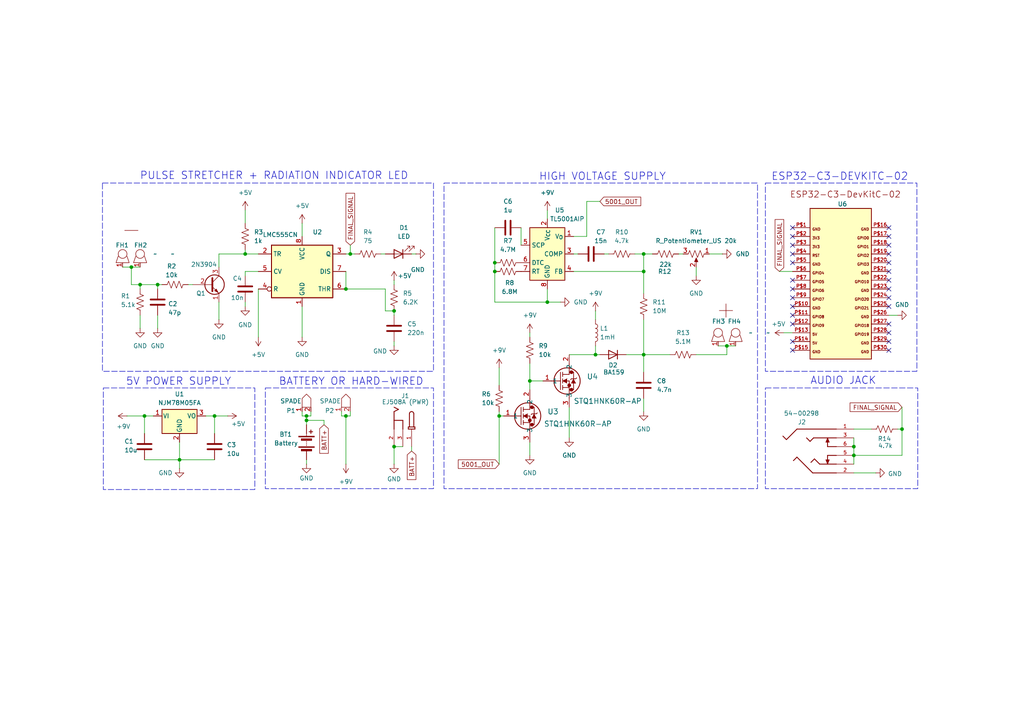
<source format=kicad_sch>
(kicad_sch (version 20231120) (generator "eeschema") (generator_version "8.0")
  (paper "A4")
  (lib_symbols
    (symbol "0197084013:0197084013"
      (property "Reference" "P" (at 0 0 0))
      (property "Value" "SPADE" (at 0 -4.064 0))
      (symbol "0197084013_0_1"
        (polyline (pts (xy 1.27 -10.16) (xy 1.27 -10.16)))
        (polyline (pts (xy -1.27 -1.27) (xy -1.27 1.27) (xy 0 2.54) (xy 1.27 1.27) (xy 1.27 -1.27) (xy -1.27 -1.27)))
      )
      (symbol "0197084013_1_1"
        (pin unspecified line (at -1.27 -2.54 90) (length 1.27) (name "") (number "1"))
        (pin unspecified line (at 1.27 -2.54 90) (length 1.27) (name "") (number "2"))
      )
    )
    (symbol "54-00298:54-00298" (pin_names (offset 1.016))
      (property "Reference" "J" (at -15.24 8.382 0))
      (property "Value" "54-00298" (at -15.24 -7.62 0))
      (symbol "54-00298_0_0"
        (polyline (pts (xy -15.494 5.588) (xy -14.478 4.572)) (stroke (width 0.254)))
        (polyline (pts (xy -14.478 4.572) (xy -11.43 7.62)) (stroke (width 0.254)))
        (polyline (pts (xy -12.446 -1.524) (xy -11.43 -0.508)) (stroke (width 0.254)))
        (polyline (pts (xy -11.43 -0.508) (xy -6.858 -5.08)) (stroke (width 0.254)))
        (polyline (pts (xy -11.43 7.62) (xy 0 7.62)) (stroke (width 0.254)))
        (polyline (pts (xy -8.636 5.08) (xy -7.62 4.064)) (stroke (width 0.254)))
        (polyline (pts (xy -7.62 4.064) (xy -6.604 5.08)) (stroke (width 0.254)))
        (polyline (pts (xy -7.366 -2.032) (xy -6.35 -1.016)) (stroke (width 0.254)))
        (polyline (pts (xy -6.858 -5.08) (xy 0 -5.08)) (stroke (width 0.254)))
        (polyline (pts (xy -6.604 5.08) (xy -2.54 5.08)) (stroke (width 0.254)))
        (polyline (pts (xy -6.35 -1.016) (xy -4.826 -2.54)) (stroke (width 0.254)))
        (polyline (pts (xy -4.826 -2.54) (xy 0 -2.54)) (stroke (width 0.254)))
        (polyline (pts (xy -2.54 0) (xy -2.54 -2.54)) (stroke (width 0.254)))
        (polyline (pts (xy -2.54 0) (xy 0 0)) (stroke (width 0.254)))
        (polyline (pts (xy -2.54 2.54) (xy -2.54 5.08)) (stroke (width 0.254)))
        (polyline (pts (xy -2.54 2.54) (xy 0 2.54)) (stroke (width 0.254)))
        (polyline (pts (xy -2.54 5.08) (xy 0 5.08)) (stroke (width 0.254)))
        (polyline (pts (xy -2.54 -2.54) (xy -3.048 -1.27) (xy -2.032 -1.27) (xy -2.54 -2.54)) (stroke (width 0.1524)) (fill (type outline)))
        (polyline (pts (xy -2.54 5.08) (xy -2.032 3.81) (xy -3.048 3.81) (xy -2.54 5.08)) (stroke (width 0.1524)) (fill (type outline)))
        (pin passive line (at 5.08 7.62 180) (length 5.08) (name "~") (number "1"))
        (pin passive line (at 5.08 -5.08 180) (length 5.08) (name "~") (number "2"))
        (pin passive line (at 5.08 5.08 180) (length 5.08) (name "~") (number "3"))
        (pin passive line (at 5.08 -2.54 180) (length 5.08) (name "~") (number "4"))
        (pin passive line (at 5.08 0 180) (length 5.08) (name "~") (number "5"))
        (pin passive line (at 5.08 2.54 180) (length 5.08) (name "~") (number "6"))
      )
    )
    (symbol "Device:Battery" (pin_numbers hide) (pin_names (offset 0) hide)
      (property "Reference" "BT" (at 2.54 2.54 0))
      (property "Value" "Battery" (at 2.54 0 0))
      (symbol "Battery_0_1"
        (rectangle (start -2.286 -1.27) (end 2.286 -1.524) (fill (type outline)))
        (rectangle (start -2.286 1.778) (end 2.286 1.524) (fill (type outline)))
        (rectangle (start -1.524 -2.032) (end 1.524 -2.54) (fill (type outline)))
        (rectangle (start -1.524 1.016) (end 1.524 0.508) (fill (type outline)))
        (polyline (pts (xy 0 -1.016) (xy 0 -0.762)))
        (polyline (pts (xy 0 -0.508) (xy 0 -0.254)))
        (polyline (pts (xy 0 0) (xy 0 0.254)))
        (polyline (pts (xy 0 1.778) (xy 0 2.54)))
        (polyline (pts (xy 0.762 3.048) (xy 1.778 3.048)) (stroke (width 0.254)))
        (polyline (pts (xy 1.27 3.556) (xy 1.27 2.54)) (stroke (width 0.254)))
      )
      (symbol "Battery_1_1"
        (pin passive line (at 0 5.08 270) (length 2.54) (name "+") (number "1"))
        (pin passive line (at 0 -5.08 90) (length 2.54) (name "-") (number "2"))
      )
    )
    (symbol "Device:C" (pin_numbers hide) (pin_names (offset 0.254))
      (property "Reference" "C" (at 0.635 2.54 0))
      (property "Value" "C" (at 0.635 -2.54 0))
      (symbol "C_0_1"
        (polyline (pts (xy -2.032 -0.762) (xy 2.032 -0.762)) (stroke (width 0.508)))
        (polyline (pts (xy -2.032 0.762) (xy 2.032 0.762)) (stroke (width 0.508)))
      )
      (symbol "C_1_1"
        (pin passive line (at 0 3.81 270) (length 2.794) (name "~") (number "1"))
        (pin passive line (at 0 -3.81 90) (length 2.794) (name "~") (number "2"))
      )
    )
    (symbol "Device:D" (pin_numbers hide) (pin_names (offset 1.016) hide)
      (property "Reference" "D" (at 0 2.54 0))
      (property "Value" "D" (at 0 -2.54 0))
      (symbol "D_0_1"
        (polyline (pts (xy -1.27 1.27) (xy -1.27 -1.27)) (stroke (width 0.254)))
        (polyline (pts (xy 1.27 0) (xy -1.27 0)))
        (polyline (pts (xy 1.27 1.27) (xy 1.27 -1.27) (xy -1.27 0) (xy 1.27 1.27)) (stroke (width 0.254)))
      )
      (symbol "D_1_1"
        (pin passive line (at -3.81 0 0) (length 2.54) (name "K") (number "1"))
        (pin passive line (at 3.81 0 180) (length 2.54) (name "A") (number "2"))
      )
    )
    (symbol "Device:L" (pin_numbers hide) (pin_names (offset 1.016) hide)
      (property "Reference" "L" (at -1.27 0 90))
      (property "Value" "L" (at 1.905 0 90))
      (symbol "L_0_1"
        (arc (start 0 -2.54) (mid 0.6323 -1.905) (end 0 -1.27))
        (arc (start 0 -1.27) (mid 0.6323 -0.635) (end 0 0))
        (arc (start 0 0) (mid 0.6323 0.635) (end 0 1.27))
        (arc (start 0 1.27) (mid 0.6323 1.905) (end 0 2.54))
      )
      (symbol "L_1_1"
        (pin passive line (at 0 3.81 270) (length 1.27) (name "1") (number "1"))
        (pin passive line (at 0 -3.81 90) (length 1.27) (name "2") (number "2"))
      )
    )
    (symbol "Device:LED" (pin_numbers hide) (pin_names (offset 1.016) hide)
      (property "Reference" "D" (at 0 2.54 0))
      (property "Value" "LED" (at 0 -2.54 0))
      (symbol "LED_0_1"
        (polyline (pts (xy -1.27 -1.27) (xy -1.27 1.27)) (stroke (width 0.254)))
        (polyline (pts (xy -1.27 0) (xy 1.27 0)))
        (polyline (pts (xy 1.27 -1.27) (xy 1.27 1.27) (xy -1.27 0) (xy 1.27 -1.27)) (stroke (width 0.254)))
        (polyline (pts (xy -3.048 -0.762) (xy -4.572 -2.286) (xy -3.81 -2.286) (xy -4.572 -2.286) (xy -4.572 -1.524)))
        (polyline (pts (xy -1.778 -0.762) (xy -3.302 -2.286) (xy -2.54 -2.286) (xy -3.302 -2.286) (xy -3.302 -1.524)))
      )
      (symbol "LED_1_1"
        (pin passive line (at -3.81 0 0) (length 2.54) (name "K") (number "1"))
        (pin passive line (at 3.81 0 180) (length 2.54) (name "A") (number "2"))
      )
    )
    (symbol "Device:R_Potentiometer_US" (pin_names (offset 1.016) hide)
      (property "Reference" "RV" (at -4.445 0 90))
      (property "Value" "R_Potentiometer_US" (at -2.54 0 90))
      (symbol "R_Potentiometer_US_0_1"
        (polyline (pts (xy 0 -2.286) (xy 0 -2.54)))
        (polyline (pts (xy 0 2.54) (xy 0 2.286)))
        (polyline (pts (xy 2.54 0) (xy 1.524 0)))
        (polyline (pts (xy 1.143 0) (xy 2.286 0.508) (xy 2.286 -0.508) (xy 1.143 0)) (fill (type outline)))
        (polyline (pts (xy 0 -0.762) (xy 1.016 -1.143) (xy 0 -1.524) (xy -1.016 -1.905) (xy 0 -2.286)))
        (polyline (pts (xy 0 0.762) (xy 1.016 0.381) (xy 0 0) (xy -1.016 -0.381) (xy 0 -0.762)))
        (polyline (pts (xy 0 2.286) (xy 1.016 1.905) (xy 0 1.524) (xy -1.016 1.143) (xy 0 0.762)))
      )
      (symbol "R_Potentiometer_US_1_1"
        (pin passive line (at 0 3.81 270) (length 1.27) (name "1") (number "1"))
        (pin passive line (at 3.81 0 180) (length 1.27) (name "2") (number "2"))
        (pin passive line (at 0 -3.81 90) (length 1.27) (name "3") (number "3"))
      )
    )
    (symbol "Device:R_US" (pin_numbers hide) (pin_names (offset 0))
      (property "Reference" "R" (at 2.54 0 90))
      (property "Value" "R_US" (at -2.54 0 90))
      (symbol "R_US_0_1"
        (polyline (pts (xy 0 -2.286) (xy 0 -2.54)))
        (polyline (pts (xy 0 2.286) (xy 0 2.54)))
        (polyline (pts (xy 0 -0.762) (xy 1.016 -1.143) (xy 0 -1.524) (xy -1.016 -1.905) (xy 0 -2.286)))
        (polyline (pts (xy 0 0.762) (xy 1.016 0.381) (xy 0 0) (xy -1.016 -0.381) (xy 0 -0.762)))
        (polyline (pts (xy 0 2.286) (xy 1.016 1.905) (xy 0 1.524) (xy -1.016 1.143) (xy 0 0.762)))
      )
      (symbol "R_US_1_1"
        (pin passive line (at 0 3.81 270) (length 1.27) (name "~") (number "1"))
        (pin passive line (at 0 -3.81 90) (length 1.27) (name "~") (number "2"))
      )
    )
    (symbol "EJ508A:EJ508A" (pin_names (offset 1.016))
      (property "Reference" "J" (at -5.08 5.08 0))
      (property "Value" "EJ508A" (at -5.08 -7.62 0))
      (symbol "EJ508A_0_0"
        (arc (start -5.08 2.54) (mid -4.894 2.091) (end -4.445 1.905) (stroke (width 0.254)))
        (arc (start -4.445 3.175) (mid -4.894 2.989) (end -5.08 2.54) (stroke (width 0.254)))
        (polyline (pts (xy -5.715 -1.27) (xy -6.35 -2.54)) (stroke (width 0.254)))
        (polyline (pts (xy -5.08 -2.54) (xy -5.715 -1.27)) (stroke (width 0.254)))
        (polyline (pts (xy -4.445 1.905) (xy -0.635 1.905)) (stroke (width 0.254)))
        (polyline (pts (xy -2.54 -2.54) (xy -5.08 -2.54)) (stroke (width 0.254)))
        (polyline (pts (xy -2.54 0) (xy -2.54 -2.54)) (stroke (width 0.254)))
        (polyline (pts (xy -0.635 1.5875) (xy -0.635 1.905)) (stroke (width 0.254)))
        (polyline (pts (xy -0.635 1.905) (xy -0.635 3.175)) (stroke (width 0.254)))
        (polyline (pts (xy -0.635 3.175) (xy -4.445 3.175)) (stroke (width 0.254)))
        (polyline (pts (xy -0.635 3.175) (xy -0.635 3.4925)) (stroke (width 0.254)))
        (polyline (pts (xy -0.635 3.4925) (xy 0 3.4925)) (stroke (width 0.254)))
        (polyline (pts (xy 0 -2.54) (xy -2.54 -2.54)) (stroke (width 0.254)))
        (polyline (pts (xy 0 0) (xy -2.54 0)) (stroke (width 0.254)))
        (polyline (pts (xy 0 1.5875) (xy -0.635 1.5875)) (stroke (width 0.254)))
        (polyline (pts (xy 0 3.4925) (xy 0 1.5875)) (stroke (width 0.254)))
        (pin passive line (at 5.08 2.54 180) (length 5.08) (name "~") (number "1"))
        (pin passive line (at 5.08 -2.54 180) (length 5.08) (name "~") (number "2"))
        (pin passive line (at 5.08 0 180) (length 5.08) (name "~") (number "3"))
      )
    )
    (symbol "ESP32-C3-DEVKITC-02:ESP32-C3-DEVKITC-02HOLES" (pin_names (offset 1.016))
      (property "Reference" "U" (at 0 0 0))
      (property "Value" "ESP32-C3-DEVKITC-02HOLES" (at 0 0 0))
      (symbol "ESP32-C3-DEVKITC-02HOLES_0_0"
        (rectangle (start -5.08 33.5311) (end 12.7 -10.16) (stroke (width 0.254)) (fill (type background)))
        (text " 3V3" (at -5.08 22.86 0) (effects (font (size 0.762 0.762)) (justify left top)))
        (text " 3V3" (at -5.08 25.4 0) (effects (font (size 0.762 0.762)) (justify left top)))
        (text " 5V" (at -5.08 -5.08 0) (effects (font (size 0.762 0.762)) (justify left top)))
        (text " 5V" (at -5.08 -2.54 0) (effects (font (size 0.762 0.762)) (justify left top)))
        (text " GND" (at -5.08 -7.62 0) (effects (font (size 0.762 0.762)) (justify left top)))
        (text " GND" (at -5.08 5.08 0) (effects (font (size 0.762 0.762)) (justify left top)))
        (text " GND" (at -5.08 17.78 0) (effects (font (size 0.762 0.762)) (justify left top)))
        (text " GND" (at -5.08 27.94 0) (effects (font (size 0.762 0.762)) (justify left top)))
        (text " GPIO4" (at -5.08 15.24 0) (effects (font (size 0.762 0.762)) (justify left top)))
        (text " GPIO5" (at -5.08 12.7 0) (effects (font (size 0.762 0.762)) (justify left top)))
        (text " GPIO6" (at -5.08 10.16 0) (effects (font (size 0.762 0.762)) (justify left top)))
        (text " GPIO7" (at -5.08 7.62 0) (effects (font (size 0.762 0.762)) (justify left top)))
        (text " GPIO8" (at -5.08 2.54 0) (effects (font (size 0.762 0.762)) (justify left top)))
        (text " GPIO9" (at -5.08 0 0) (effects (font (size 0.762 0.762)) (justify left top)))
        (text " RST" (at -5.08 20.32 0) (effects (font (size 0.762 0.762)) (justify left top)))
        (text "ESP32-C3-DevKitC-02" (at -10.922 36.576 0) (effects (font (size 1.778 1.778)) (justify left bottom)))
        (text "GND " (at 12.7 -7.62 0) (effects (font (size 0.762 0.762)) (justify right top)))
        (text "GND " (at 12.7 -5.08 0) (effects (font (size 0.762 0.762)) (justify right top)))
        (text "GND " (at 12.7 2.54 0) (effects (font (size 0.762 0.762)) (justify right top)))
        (text "GND " (at 12.7 10.16 0) (effects (font (size 0.762 0.762)) (justify right top)))
        (text "GND " (at 12.7 15.24 0) (effects (font (size 0.762 0.762)) (justify right top)))
        (text "GND " (at 12.7 27.94 0) (effects (font (size 0.762 0.762)) (justify right top)))
        (text "GPIO0 " (at 12.7 25.4 0) (effects (font (size 0.762 0.762)) (justify right top)))
        (text "GPIO1 " (at 12.7 22.86 0) (effects (font (size 0.762 0.762)) (justify right top)))
        (text "GPIO10 " (at 12.7 12.7 0) (effects (font (size 0.762 0.762)) (justify right top)))
        (text "GPIO18 " (at 12.7 0 0) (effects (font (size 0.762 0.762)) (justify right top)))
        (text "GPIO19 " (at 12.7 -2.54 0) (effects (font (size 0.762 0.762)) (justify right top)))
        (text "GPIO2 " (at 12.7 20.32 0) (effects (font (size 0.762 0.762)) (justify right top)))
        (text "GPIO20 " (at 12.7 7.62 0) (effects (font (size 0.762 0.762)) (justify right top)))
        (text "GPIO21 " (at 12.7 5.08 0) (effects (font (size 0.762 0.762)) (justify right top)))
        (text "GPIO3 " (at 12.7 17.78 0) (effects (font (size 0.762 0.762)) (justify right top)))
        (pin bidirectional line (at -10.16 27.94 0) (length 5.08) (name "~") (number "P$1"))
        (pin bidirectional line (at -10.16 5.08 0) (length 5.08) (name "~") (number "P$10"))
        (pin bidirectional line (at -10.16 2.54 0) (length 5.08) (name "~") (number "P$11"))
        (pin bidirectional line (at -10.16 0 0) (length 5.08) (name "~") (number "P$12"))
        (pin bidirectional line (at -10.16 -2.54 0) (length 5.08) (name "~") (number "P$13"))
        (pin bidirectional line (at -10.16 -5.08 0) (length 5.08) (name "~") (number "P$14"))
        (pin bidirectional line (at -10.16 -7.62 0) (length 5.08) (name "~") (number "P$15"))
        (pin bidirectional line (at 17.78 27.94 180) (length 5.08) (name "~") (number "P$16"))
        (pin bidirectional line (at 17.78 25.4 180) (length 5.08) (name "~") (number "P$17"))
        (pin bidirectional line (at 17.78 22.86 180) (length 5.08) (name "~") (number "P$18"))
        (pin bidirectional line (at 17.78 20.32 180) (length 5.08) (name "~") (number "P$19"))
        (pin bidirectional line (at -10.16 25.4 0) (length 5.08) (name "~") (number "P$2"))
        (pin bidirectional line (at 17.78 17.78 180) (length 5.08) (name "~") (number "P$20"))
        (pin bidirectional line (at 17.78 15.24 180) (length 5.08) (name "~") (number "P$21"))
        (pin bidirectional line (at 17.78 12.7 180) (length 5.08) (name "~") (number "P$22"))
        (pin bidirectional line (at 17.78 10.16 180) (length 5.08) (name "~") (number "P$23"))
        (pin bidirectional line (at 17.78 7.62 180) (length 5.08) (name "~") (number "P$24"))
        (pin bidirectional line (at 17.78 5.08 180) (length 5.08) (name "~") (number "P$25"))
        (pin bidirectional line (at 17.78 2.54 180) (length 5.08) (name "~") (number "P$26"))
        (pin bidirectional line (at 17.78 0 180) (length 5.08) (name "~") (number "P$27"))
        (pin bidirectional line (at 17.78 -2.54 180) (length 5.08) (name "~") (number "P$28"))
        (pin bidirectional line (at 17.78 -5.08 180) (length 5.08) (name "~") (number "P$29"))
        (pin bidirectional line (at -10.16 22.86 0) (length 5.08) (name "~") (number "P$3"))
        (pin bidirectional line (at 17.78 -7.62 180) (length 5.08) (name "~") (number "P$30"))
        (pin bidirectional line (at -10.16 20.32 0) (length 5.08) (name "~") (number "P$4"))
        (pin bidirectional line (at -10.16 17.78 0) (length 5.08) (name "~") (number "P$5"))
        (pin bidirectional line (at -10.16 15.24 0) (length 5.08) (name "~") (number "P$6"))
        (pin bidirectional line (at -10.16 12.7 0) (length 5.08) (name "~") (number "P$7"))
        (pin bidirectional line (at -10.16 10.16 0) (length 5.08) (name "~") (number "P$8"))
        (pin bidirectional line (at -10.16 7.62 0) (length 5.08) (name "~") (number "P$9"))
      )
    )
    (symbol "REV9-KI:36-3530-ND"
      (property "Reference" "FH" (at 0 0 0))
      (symbol "36-3530-ND_0_1"
        (polyline (pts (xy -1.27 -3.175) (xy -1.905 -5.08) (xy 1.905 -5.08) (xy 1.27 -3.175)))
      )
      (symbol "36-3530-ND_1_1"
        (circle (center 0 -2.54) (radius 1.27))
        (pin unspecified line (at 0 -6.35 90) (length 1.27) (name "") (number "1"))
      )
    )
    (symbol "Regulator_Linear:LM78M05_TO220" (pin_names (offset 0.254))
      (property "Reference" "U" (at -3.81 3.175 0))
      (property "Value" "LM78M05_TO220" (at 0 3.175 0))
      (symbol "LM78M05_TO220_0_1"
        (rectangle (start -5.08 1.905) (end 5.08 -5.08) (stroke (width 0.254)) (fill (type background)))
      )
      (symbol "LM78M05_TO220_1_1"
        (pin power_in line (at -7.62 0 0) (length 2.54) (name "VI") (number "1"))
        (pin power_in line (at 0 -7.62 90) (length 2.54) (name "GND") (number "2"))
        (pin power_out line (at 7.62 0 180) (length 2.54) (name "VO") (number "3"))
      )
    )
    (symbol "Regulator_Switching:TL5001"
      (property "Reference" "U" (at -5.08 8.89 0))
      (property "Value" "TL5001" (at 3.81 8.89 0))
      (symbol "TL5001_0_1"
        (rectangle (start -5.08 7.62) (end 5.08 -7.62) (stroke (width 0.254)) (fill (type background)))
        (pin input line (at 7.62 -5.08 180) (length 2.54) (name "FB") (number "4"))
      )
      (symbol "TL5001_1_1"
        (pin open_collector line (at 7.62 5.08 180) (length 2.54) (name "V_{O}") (number "1"))
        (pin power_in line (at 0 10.16 270) (length 2.54) (name "V_{CC}") (number "2"))
        (pin input line (at 7.62 0 180) (length 2.54) (name "COMP") (number "3"))
        (pin output line (at -7.62 2.54 0) (length 2.54) (name "SCP") (number "5"))
        (pin output line (at -7.62 -2.54 0) (length 2.54) (name "DTC") (number "6"))
        (pin output line (at -7.62 -5.08 0) (length 2.54) (name "RT") (number "7"))
        (pin power_in line (at 0 -10.16 90) (length 2.54) (name "GND") (number "8"))
      )
    )
    (symbol "STQ1HNK60R_AP:STQ1HNK60R-AP" (pin_names (offset 0.254))
      (property "Reference" "U" (at 11.43 1.905 0))
      (property "Value" "STQ1HNK60R-AP" (at 11.43 -2.54 0))
      (symbol "STQ1HNK60R-AP_1_1"
        (polyline (pts (xy 2.54 0) (xy 5.08 0)) (stroke (width 0.2032)))
        (polyline (pts (xy 5.08 -2.54) (xy 5.08 2.54)) (stroke (width 0.2032)))
        (polyline (pts (xy 5.715 -2.54) (xy 5.715 -1.27)) (stroke (width 0.2032)))
        (polyline (pts (xy 5.715 -1.905) (xy 7.62 -1.905)) (stroke (width 0.2032)))
        (polyline (pts (xy 5.715 -0.635) (xy 5.715 0.635)) (stroke (width 0.2032)))
        (polyline (pts (xy 5.715 1.27) (xy 5.715 2.54)) (stroke (width 0.2032)))
        (polyline (pts (xy 5.715 1.905) (xy 7.62 1.905)) (stroke (width 0.2032)))
        (polyline (pts (xy 6.985 0) (xy 7.62 0)) (stroke (width 0.2032)))
        (polyline (pts (xy 7.62 -5.08) (xy 7.62 0)) (stroke (width 0.2032)))
        (polyline (pts (xy 7.62 -2.54) (xy 8.89 -2.54)) (stroke (width 0.2032)))
        (polyline (pts (xy 7.62 1.905) (xy 7.62 5.08)) (stroke (width 0.2032)))
        (polyline (pts (xy 7.62 2.54) (xy 8.89 2.54)) (stroke (width 0.2032)))
        (polyline (pts (xy 8.255 0.635) (xy 8.001 0.381)) (stroke (width 0.2032)))
        (polyline (pts (xy 8.89 -2.54) (xy 8.89 -0.635)) (stroke (width 0.2032)))
        (polyline (pts (xy 8.89 0.635) (xy 8.89 2.54)) (stroke (width 0.2032)))
        (polyline (pts (xy 9.525 0.635) (xy 8.255 0.635)) (stroke (width 0.2032)))
        (polyline (pts (xy 9.779 0.889) (xy 9.525 0.635)) (stroke (width 0.2032)))
        (polyline (pts (xy 6.985 0.635) (xy 5.715 0) (xy 6.985 -0.635)) (fill (type outline)))
        (polyline (pts (xy 9.525 -0.635) (xy 8.255 -0.635) (xy 8.89 0.635)) (fill (type outline)))
        (circle (center 6.985 0) (radius 3.81) (stroke (width 0.254)))
        (circle (center 7.62 -1.27) (radius 0.0254) (stroke (width 0.508)))
        (circle (center 8.255 -2.54) (radius 0.0254) (stroke (width 0.508)))
        (circle (center 8.255 2.54) (radius 0.0254) (stroke (width 0.508)))
        (pin unspecified line (at 0 0 0) (length 2.54) (name "1") (number "1"))
        (pin unspecified line (at 7.62 7.62 270) (length 2.54) (name "2") (number "2"))
        (pin unspecified line (at 7.62 -7.62 90) (length 2.54) (name "3") (number "3"))
      )
    )
    (symbol "Timer:LMC555xN"
      (property "Reference" "U" (at -10.16 8.89 0))
      (property "Value" "LMC555xN" (at 2.54 8.89 0))
      (symbol "LMC555xN_0_0"
        (pin power_in line (at 0 -10.16 90) (length 2.54) (name "GND") (number "1"))
        (pin power_in line (at 0 10.16 270) (length 2.54) (name "VCC") (number "8"))
      )
      (symbol "LMC555xN_0_1"
        (rectangle (start -8.89 -7.62) (end 8.89 7.62) (stroke (width 0.254)) (fill (type background)))
        (rectangle (start -8.89 -7.62) (end 8.89 7.62) (stroke (width 0.254)) (fill (type background)))
      )
      (symbol "LMC555xN_1_1"
        (pin input line (at -12.7 5.08 0) (length 3.81) (name "TR") (number "2"))
        (pin output line (at 12.7 5.08 180) (length 3.81) (name "Q") (number "3"))
        (pin input inverted (at -12.7 -5.08 0) (length 3.81) (name "R") (number "4"))
        (pin input line (at -12.7 0 0) (length 3.81) (name "CV") (number "5"))
        (pin input line (at 12.7 -5.08 180) (length 3.81) (name "THR") (number "6"))
        (pin input line (at 12.7 0 180) (length 3.81) (name "DIS") (number "7"))
      )
    )
    (symbol "Transistor_BJT:2N3904" (pin_names (offset 0) hide)
      (property "Reference" "Q" (at 5.08 1.905 0))
      (property "Value" "2N3904" (at 5.08 0 0))
      (symbol "2N3904_0_1"
        (polyline (pts (xy 0.635 0.635) (xy 2.54 2.54)))
        (polyline (pts (xy 0.635 -0.635) (xy 2.54 -2.54) (xy 2.54 -2.54)))
        (polyline (pts (xy 0.635 1.905) (xy 0.635 -1.905) (xy 0.635 -1.905)) (stroke (width 0.508)))
        (polyline (pts (xy 1.27 -1.778) (xy 1.778 -1.27) (xy 2.286 -2.286) (xy 1.27 -1.778) (xy 1.27 -1.778)) (fill (type outline)))
        (circle (center 1.27 0) (radius 2.8194) (stroke (width 0.254)))
      )
      (symbol "2N3904_1_1"
        (pin passive line (at 2.54 -5.08 90) (length 2.54) (name "E") (number "1"))
        (pin passive line (at -5.08 0 0) (length 5.715) (name "B") (number "2"))
        (pin passive line (at 2.54 5.08 270) (length 2.54) (name "C") (number "3"))
      )
    )
    (symbol "power:+5V" (power) (pin_numbers hide) (pin_names (offset 0) hide)
      (property "Value" "+5V" (at 0 3.556 0))
      (symbol "+5V_0_1"
        (polyline (pts (xy -0.762 1.27) (xy 0 2.54)))
        (polyline (pts (xy 0 0) (xy 0 2.54)))
        (polyline (pts (xy 0 2.54) (xy 0.762 1.27)))
      )
      (symbol "+5V_1_1"
        (pin power_in line (at 0 0 90) (length 0) (name "~") (number "1"))
      )
    )
    (symbol "power:+9V" (power) (pin_numbers hide) (pin_names (offset 0) hide)
      (property "Value" "+9V" (at 0 3.556 0))
      (symbol "+9V_0_1"
        (polyline (pts (xy -0.762 1.27) (xy 0 2.54)))
        (polyline (pts (xy 0 0) (xy 0 2.54)))
        (polyline (pts (xy 0 2.54) (xy 0.762 1.27)))
      )
      (symbol "+9V_1_1"
        (pin power_in line (at 0 0 90) (length 0) (name "~") (number "1"))
      )
    )
    (symbol "power:GND" (power) (pin_numbers hide) (pin_names (offset 0) hide)
      (property "Value" "GND" (at 0 -3.81 0))
      (symbol "GND_0_1"
        (polyline (pts (xy 0 0) (xy 0 -1.27) (xy 1.27 -1.27) (xy 0 -2.54) (xy -1.27 -1.27) (xy 0 -1.27)))
      )
      (symbol "GND_1_1"
        (pin power_in line (at 0 0 270) (length 0) (name "~") (number "1"))
      )
    )
  )
  (junction (at 45.72 82.55))
  (junction (at 100.33 120.65))
  (junction (at 100.33 83.82))
  (junction (at 41.91 120.65))
  (junction (at 261.62 124.46))
  (junction (at 88.9 121.92))
  (junction (at 186.69 73.66))
  (junction (at 38.1 77.47))
  (junction (at 247.65 129.54))
  (junction (at 186.69 78.74))
  (junction (at 101.6 73.66))
  (junction (at 40.64 82.55))
  (junction (at 88.9 120.65))
  (junction (at 143.51 78.74))
  (junction (at 158.75 87.63))
  (junction (at 172.72 102.87))
  (junction (at 143.51 76.2))
  (junction (at 210.82 100.33))
  (junction (at 62.23 120.65))
  (junction (at 114.3 90.17))
  (junction (at 186.69 102.87))
  (junction (at 144.78 120.65))
  (junction (at 52.07 133.35))
  (junction (at 114.3 129.54))
  (junction (at 153.67 110.49))
  (junction (at 71.12 73.66))
  (junction (at 247.65 132.08))
  (no_connect (at 229.87 88.9))
  (no_connect (at 257.81 66.04))
  (no_connect (at 229.87 93.98))
  (no_connect (at 229.87 83.82))
  (no_connect (at 257.81 76.2))
  (no_connect (at 257.81 96.52))
  (no_connect (at 257.81 101.6))
  (no_connect (at 257.81 73.66))
  (no_connect (at 257.81 78.74))
  (no_connect (at 229.87 71.12))
  (no_connect (at 229.87 101.6))
  (no_connect (at 257.81 71.12))
  (no_connect (at 229.87 66.04))
  (no_connect (at 257.81 86.36))
  (no_connect (at 229.87 86.36))
  (no_connect (at 257.81 99.06))
  (no_connect (at 229.87 81.28))
  (no_connect (at 257.81 81.28))
  (no_connect (at 257.81 88.9))
  (no_connect (at 229.87 68.58))
  (no_connect (at 229.87 73.66))
  (no_connect (at 257.81 93.98))
  (no_connect (at 257.81 83.82))
  (no_connect (at 229.87 76.2))
  (no_connect (at 229.87 99.06))
  (no_connect (at 229.87 91.44))
  (no_connect (at 257.81 68.58))
  (wire (pts (xy 227.33 96.52) (xy 229.87 96.52)))
  (wire (pts (xy 172.72 102.87) (xy 173.99 102.87)))
  (wire (pts (xy 99.06 120.65) (xy 99.06 119.38)))
  (wire (pts (xy 63.5 87.63) (xy 63.5 92.71)))
  (wire (pts (xy 153.67 96.52) (xy 153.67 97.79)))
  (wire (pts (xy 35.56 77.47) (xy 38.1 77.47)))
  (wire (pts (xy 100.33 73.66) (xy 101.6 73.66)))
  (wire (pts (xy 205.74 73.66) (xy 209.55 73.66)))
  (wire (pts (xy 54.61 82.55) (xy 55.88 82.55)))
  (wire (pts (xy 172.72 90.17) (xy 172.72 92.71)))
  (wire (pts (xy 170.18 58.42) (xy 173.99 58.42)))
  (wire (pts (xy 62.23 120.65) (xy 62.23 125.73)))
  (wire (pts (xy 52.07 128.27) (xy 52.07 133.35)))
  (wire (pts (xy 38.1 77.47) (xy 40.64 77.47)))
  (wire (pts (xy 186.69 115.57) (xy 186.69 119.38)))
  (wire (pts (xy 158.75 83.82) (xy 158.75 87.63)))
  (wire (pts (xy 144.78 134.62) (xy 144.78 120.65)))
  (wire (pts (xy 99.06 120.65) (xy 100.33 120.65)))
  (wire (pts (xy 71.12 88.9) (xy 71.12 87.63)))
  (wire (pts (xy 59.69 120.65) (xy 62.23 120.65)))
  (wire (pts (xy 114.3 81.28) (xy 114.3 82.55)))
  (wire (pts (xy 175.26 73.66) (xy 176.53 73.66)))
  (wire (pts (xy 63.5 73.66) (xy 63.5 77.47)))
  (wire (pts (xy 38.1 82.55) (xy 40.64 82.55)))
  (wire (pts (xy 196.85 73.66) (xy 198.12 73.66)))
  (wire (pts (xy 88.9 120.65) (xy 90.17 120.65)))
  (wire (pts (xy 101.6 71.12) (xy 101.6 73.66)))
  (wire (pts (xy 71.12 73.66) (xy 74.93 73.66)))
  (wire (pts (xy 186.69 102.87) (xy 186.69 92.71)))
  (wire (pts (xy 111.76 90.17) (xy 114.3 90.17)))
  (wire (pts (xy 41.91 120.65) (xy 44.45 120.65)))
  (wire (pts (xy 87.63 88.9) (xy 87.63 97.79)))
  (wire (pts (xy 165.1 102.87) (xy 172.72 102.87)))
  (wire (pts (xy 144.78 119.38) (xy 144.78 120.65)))
  (wire (pts (xy 208.28 100.33) (xy 210.82 100.33)))
  (wire (pts (xy 40.64 82.55) (xy 45.72 82.55)))
  (wire (pts (xy 119.38 73.66) (xy 120.65 73.66)))
  (wire (pts (xy 153.67 110.49) (xy 157.48 110.49)))
  (wire (pts (xy 87.63 120.65) (xy 88.9 120.65)))
  (wire (pts (xy 100.33 78.74) (xy 100.33 83.82)))
  (wire (pts (xy 165.1 118.11) (xy 165.1 127)))
  (wire (pts (xy 153.67 105.41) (xy 153.67 110.49)))
  (wire (pts (xy 45.72 82.55) (xy 46.99 82.55)))
  (wire (pts (xy 158.75 60.96) (xy 158.75 63.5)))
  (wire (pts (xy 201.93 77.47) (xy 201.93 80.01)))
  (wire (pts (xy 41.91 120.65) (xy 41.91 125.73)))
  (wire (pts (xy 247.65 132.08) (xy 247.65 134.62)))
  (wire (pts (xy 88.9 134.62) (xy 88.9 133.35)))
  (wire (pts (xy 252.73 124.46) (xy 247.65 124.46)))
  (wire (pts (xy 151.13 71.12) (xy 151.13 66.04)))
  (wire (pts (xy 162.56 87.63) (xy 158.75 87.63)))
  (wire (pts (xy 261.62 118.11) (xy 261.62 124.46)))
  (wire (pts (xy 114.3 129.54) (xy 116.84 129.54)))
  (wire (pts (xy 144.78 106.68) (xy 144.78 111.76)))
  (wire (pts (xy 87.63 120.65) (xy 87.63 119.38)))
  (wire (pts (xy 100.33 120.65) (xy 100.33 134.62)))
  (wire (pts (xy 62.23 120.65) (xy 66.04 120.65)))
  (wire (pts (xy 166.37 78.74) (xy 186.69 78.74)))
  (wire (pts (xy 100.33 120.65) (xy 101.6 120.65)))
  (wire (pts (xy 254 137.16) (xy 247.65 137.16)))
  (wire (pts (xy 74.93 97.79) (xy 74.93 83.82)))
  (wire (pts (xy 170.18 68.58) (xy 170.18 58.42)))
  (wire (pts (xy 40.64 91.44) (xy 40.64 95.25)))
  (wire (pts (xy 114.3 100.33) (xy 114.3 99.06)))
  (wire (pts (xy 143.51 76.2) (xy 143.51 78.74)))
  (wire (pts (xy 119.38 130.81) (xy 119.38 129.54)))
  (wire (pts (xy 45.72 91.44) (xy 45.72 95.25)))
  (wire (pts (xy 101.6 73.66) (xy 102.87 73.66)))
  (wire (pts (xy 247.65 129.54) (xy 247.65 127)))
  (wire (pts (xy 87.63 64.77) (xy 87.63 68.58)))
  (wire (pts (xy 63.5 73.66) (xy 71.12 73.66)))
  (wire (pts (xy 71.12 72.39) (xy 71.12 73.66)))
  (wire (pts (xy 261.62 124.46) (xy 261.62 132.08)))
  (wire (pts (xy 110.49 73.66) (xy 111.76 73.66)))
  (wire (pts (xy 71.12 78.74) (xy 74.93 78.74)))
  (wire (pts (xy 93.98 121.92) (xy 93.98 123.19)))
  (wire (pts (xy 170.18 68.58) (xy 166.37 68.58)))
  (wire (pts (xy 226.06 78.74) (xy 229.87 78.74)))
  (wire (pts (xy 88.9 121.92) (xy 93.98 121.92)))
  (wire (pts (xy 186.69 102.87) (xy 194.31 102.87)))
  (wire (pts (xy 247.65 129.54) (xy 247.65 132.08)))
  (wire (pts (xy 143.51 87.63) (xy 158.75 87.63)))
  (wire (pts (xy 201.93 102.87) (xy 210.82 102.87)))
  (wire (pts (xy 210.82 100.33) (xy 210.82 102.87)))
  (wire (pts (xy 88.9 123.19) (xy 88.9 121.92)))
  (wire (pts (xy 172.72 100.33) (xy 172.72 102.87)))
  (wire (pts (xy 52.07 133.35) (xy 62.23 133.35)))
  (wire (pts (xy 184.15 73.66) (xy 186.69 73.66)))
  (wire (pts (xy 52.07 133.35) (xy 52.07 135.89)))
  (wire (pts (xy 210.82 100.33) (xy 213.36 100.33)))
  (wire (pts (xy 101.6 120.65) (xy 101.6 119.38)))
  (wire (pts (xy 38.1 77.47) (xy 38.1 82.55)))
  (wire (pts (xy 114.3 129.54) (xy 114.3 134.62)))
  (wire (pts (xy 88.9 120.65) (xy 88.9 121.92)))
  (wire (pts (xy 114.3 90.17) (xy 114.3 91.44)))
  (wire (pts (xy 153.67 113.03) (xy 153.67 110.49)))
  (wire (pts (xy 41.91 133.35) (xy 52.07 133.35)))
  (wire (pts (xy 71.12 80.01) (xy 71.12 78.74)))
  (wire (pts (xy 260.35 124.46) (xy 261.62 124.46)))
  (wire (pts (xy 186.69 78.74) (xy 186.69 85.09)))
  (wire (pts (xy 36.83 120.65) (xy 41.91 120.65)))
  (wire (pts (xy 186.69 73.66) (xy 186.69 78.74)))
  (wire (pts (xy 181.61 102.87) (xy 186.69 102.87)))
  (wire (pts (xy 257.81 91.44) (xy 260.35 91.44)))
  (wire (pts (xy 143.51 78.74) (xy 143.51 87.63)))
  (wire (pts (xy 40.64 83.82) (xy 40.64 82.55)))
  (wire (pts (xy 144.78 120.65) (xy 146.05 120.65)))
  (wire (pts (xy 153.67 128.27) (xy 153.67 132.08)))
  (wire (pts (xy 45.72 83.82) (xy 45.72 82.55)))
  (wire (pts (xy 186.69 102.87) (xy 186.69 107.95)))
  (wire (pts (xy 166.37 73.66) (xy 167.64 73.66)))
  (wire (pts (xy 186.69 73.66) (xy 189.23 73.66)))
  (wire (pts (xy 90.17 120.65) (xy 90.17 119.38)))
  (wire (pts (xy 143.51 66.04) (xy 143.51 76.2)))
  (wire (pts (xy 71.12 60.96) (xy 71.12 64.77)))
  (wire (pts (xy 261.62 132.08) (xy 247.65 132.08)))
  (wire (pts (xy 100.33 83.82) (xy 111.76 83.82)))
  (wire (pts (xy 111.76 83.82) (xy 111.76 90.17)))
  (rectangle (start 128.778 53.086) (end 219.71 141.732) (stroke (width 0) (type dash)))
  (rectangle (start 221.996 53.086) (end 265.938 107.696) (stroke (width 0) (type dash)))
  (rectangle (start 29.718 53.086) (end 125.73 107.696) (stroke (width 0) (type dash)))
  (rectangle (start 76.962 112.522) (end 125.73 141.732) (stroke (width 0) (type dash)))
  (rectangle (start 29.972 112.522) (end 73.914 141.986) (stroke (width 0) (type dash)))
  (rectangle (start 221.996 112.522) (end 266.192 141.732) (stroke (width 0) (type dash)))
  (text "HIGH VOLTAGE SUPPLY" (at 174.752 51.308 0) (effects (font (size 2.159 2.159))))
  (text "_" (at 38.1 64.262 0) (effects (font (size 5.08 5.08))))
  (text "AUDIO JACK" (at 244.602 110.49 0) (effects (font (size 2.159 2.159))))
  (text "BATTERY OR HARD-WIRED" (at 101.854 110.744 0) (effects (font (size 2.159 2.159))))
  (text "ESP32-C3-DEVKITC-02" (at 243.586 51.308 0) (effects (font (size 2.159 2.159))))
  (text "PULSE STRETCHER + RADIATION INDICATOR LED" (at 79.502 51.054 0) (effects (font (size 2.159 2.159))))
  (text "+" (at 210.566 89.916 0) (effects (font (size 5.08 5.08))))
  (text "5V POWER SUPPLY" (at 51.816 110.744 0) (effects (font (size 2.159 2.159))))
  (global_label "BATT+" (shape input) (at 93.98 123.19 270) (property "Intersheetrefs" "${INTERSHEET_REFS}" (effects (hide yes))))
  (global_label "FINAL_SIGNAL" (shape input) (at 261.62 118.11 180) (property "Intersheetrefs" "${INTERSHEET_REFS}" (effects (hide yes))))
  (global_label "5001_OUT" (shape input) (at 173.99 58.42 0) (property "Intersheetrefs" "${INTERSHEET_REFS}" (effects (hide yes))))
  (global_label "FINAL_SIGNAL" (shape input) (at 226.06 78.74 90) (property "Intersheetrefs" "${INTERSHEET_REFS}" (effects (hide yes))))
  (global_label "FINAL_SIGNAL" (shape input) (at 101.6 71.12 90) (property "Intersheetrefs" "${INTERSHEET_REFS}" (effects (hide yes))))
  (global_label "5001_OUT" (shape input) (at 144.78 134.62 180) (property "Intersheetrefs" "${INTERSHEET_REFS}" (effects (hide yes))))
  (global_label "BATT+" (shape input) (at 119.38 130.81 270) (property "Intersheetrefs" "${INTERSHEET_REFS}" (effects (hide yes))))
  (symbol (lib_id "power:+9V") (at 100.33 134.62 180) (unit 1)
    (property "Reference" "#PWR013" (effects (hide yes)))
    (property "Value" "+9V" (at 100.33 139.7 0))
    (property "Description" "Power symbol creates a global label with name \"+9V\"" (effects (hide yes)))
  )
  (symbol (lib_id "Device:R_US") (at 50.8 82.55 90) (unit 1)
    (property "Reference" "R2" (at 49.784 77.216 90))
    (property "Value" "10k" (at 49.784 79.756 90))
    (property "Footprint" "THT-SMD:R_SMALL" (effects (hide yes)))
    (property "Description" "Resistor, US symbol" (effects (hide yes)))
  )
  (symbol (lib_id "0197084013:0197084013") (at 100.33 116.84 0) (unit 1)
    (property "Reference" "P2" (at 94.234 119.126 0) (effects (justify left)))
    (property "Value" "SPADE" (at 92.71 116.332 0) (effects (justify left)))
    (property "Footprint" "0197084013:0197084013" (effects (hide yes)))
  )
  (symbol (lib_id "power:+9V") (at 172.72 90.17 0) (unit 1)
    (property "Reference" "#PWR024" (effects (hide yes)))
    (property "Value" "+9V" (at 172.72 85.09 0))
    (property "Description" "Power symbol creates a global label with name \"+9V\"" (effects (hide yes)))
  )
  (symbol (lib_id "Device:R_US") (at 114.3 86.36 0) (unit 1)
    (property "Reference" "R5" (at 116.84 85.0899 0) (effects (justify left)))
    (property "Value" "6.2K" (at 116.84 87.6299 0) (effects (justify left)))
    (property "Footprint" "THT-SMD:R_SMALL" (effects (hide yes)))
    (property "Description" "Resistor, US symbol" (effects (hide yes)))
  )
  (symbol (lib_id "Device:R_US") (at 180.34 73.66 90) (unit 1)
    (property "Reference" "R10" (at 180.34 67.31 90))
    (property "Value" "4.7k" (at 180.34 69.85 90))
    (property "Footprint" "THT-SMD:R_SMALL" (effects (hide yes)))
    (property "Description" "Resistor, US symbol" (effects (hide yes)))
  )
  (symbol (lib_id "REV9-KI:36-3530-ND") (at 208.28 93.98 0) (unit 1)
    (property "Reference" "FH3" (at 206.502 93.218 0) (effects (justify left)))
    (property "Value" "~" (at 217.17 96.5172 0) (effects (justify left)))
    (property "Footprint" "36-3530-ND:36-3530-ND" (effects (hide yes)))
  )
  (symbol (lib_id "0197084013:0197084013") (at 88.9 116.84 0) (unit 1)
    (property "Reference" "P1" (at 83.058 119.126 0) (effects (justify left)))
    (property "Value" "SPADE" (at 81.28 116.332 0) (effects (justify left)))
    (property "Footprint" "0197084013:0197084013" (effects (hide yes)))
  )
  (symbol (lib_id "Device:C") (at 45.72 87.63 0) (unit 1)
    (property "Reference" "C2" (at 48.768 88.138 0) (effects (justify left)))
    (property "Value" "47p" (at 48.768 90.678 0) (effects (justify left)))
    (property "Footprint" "THT-SMD:C_THT_SMD" (effects (hide yes)))
    (property "Description" "Unpolarized capacitor" (effects (hide yes)))
  )
  (symbol (lib_id "power:GND") (at 52.07 135.89 0) (unit 1)
    (property "Reference" "#PWR04" (effects (hide yes)))
    (property "Value" "GND" (at 48.006 137.16 0))
    (property "Description" "Power symbol creates a global label with name \"GND\" , ground" (effects (hide yes)))
  )
  (symbol (lib_id "Device:C") (at 114.3 95.25 0) (unit 1)
    (property "Reference" "C5" (at 118.11 93.9799 0) (effects (justify left)))
    (property "Value" "220n" (at 118.11 96.5199 0) (effects (justify left)))
    (property "Footprint" "THT-SMD:C_THT_SMD" (effects (hide yes)))
    (property "Description" "Unpolarized capacitor" (effects (hide yes)))
  )
  (symbol (lib_id "Device:C") (at 147.32 66.04 90) (unit 1)
    (property "Reference" "C6" (at 147.32 58.42 90))
    (property "Value" "1u" (at 147.32 60.96 90))
    (property "Footprint" "THT-SMD:C_THT_SMD" (effects (hide yes)))
    (property "Description" "Unpolarized capacitor" (effects (hide yes)))
  )
  (symbol (lib_id "Device:R_US") (at 193.04 73.66 90) (unit 1)
    (property "Reference" "R12" (at 192.786 78.74 90))
    (property "Value" "22k" (at 193.04 76.708 90))
    (property "Footprint" "THT-SMD:R_SMALL" (effects (hide yes)))
    (property "Description" "Resistor, US symbol" (effects (hide yes)))
  )
  (symbol (lib_id "Device:C") (at 171.45 73.66 90) (unit 1)
    (property "Reference" "C7" (at 174.244 67.31 90))
    (property "Value" "15n" (at 174.244 69.85 90))
    (property "Footprint" "THT-SMD:C_THT_SMD" (effects (hide yes)))
    (property "Description" "Unpolarized capacitor" (effects (hide yes)))
  )
  (symbol (lib_id "Device:C") (at 71.12 83.82 180) (unit 1)
    (property "Reference" "C4" (at 68.834 80.772 0))
    (property "Value" "10n" (at 68.834 86.36 0))
    (property "Footprint" "THT-SMD:C_THT_SMD" (effects (hide yes)))
    (property "Description" "Unpolarized capacitor" (effects (hide yes)))
  )
  (symbol (lib_id "Transistor_BJT:2N3904") (at 60.96 82.55 0) (unit 1)
    (property "Reference" "Q1" (at 56.896 85.09 0) (effects (justify left)))
    (property "Value" "2N3904" (at 55.372 76.708 0) (effects (justify left)))
    (property "Footprint" "Package_TO_SOT_THT:TO-92_Inline_Wide" (effects (hide yes)))
    (property "Datasheet" "https://www.onsemi.com/pub/Collateral/2N3903-D.PDF" (effects (hide yes)))
    (property "Description" "0.2A Ic, 40V Vce, Small Signal NPN Transistor, TO-92" (effects (hide yes)))
  )
  (symbol (lib_id "power:+5V") (at 74.93 97.79 180) (unit 1)
    (property "Reference" "#PWR09" (effects (hide yes)))
    (property "Value" "+5V" (at 74.93 102.87 0))
    (property "Description" "Power symbol creates a global label with name \"+5V\"" (effects (hide yes)))
  )
  (symbol (lib_id "power:GND") (at 87.63 97.79 0) (unit 1)
    (property "Reference" "#PWR011" (effects (hide yes)))
    (property "Value" "GND" (at 87.63 102.87 0))
    (property "Description" "Power symbol creates a global label with name \"GND\" , ground" (effects (hide yes)))
  )
  (symbol (lib_id "power:GND") (at 45.72 95.25 0) (unit 1)
    (property "Reference" "#PWR03" (effects (hide yes)))
    (property "Value" "GND" (at 45.72 100.33 0))
    (property "Description" "Power symbol creates a global label with name \"GND\" , ground" (effects (hide yes)))
  )
  (symbol (lib_id "Device:C") (at 186.69 111.76 0) (unit 1)
    (property "Reference" "C8" (at 190.5 110.4899 0) (effects (justify left)))
    (property "Value" "4.7n" (at 190.5 113.0299 0) (effects (justify left)))
    (property "Footprint" "THT-SMD:CHV" (effects (hide yes)))
    (property "Description" "Unpolarized capacitor" (effects (hide yes)))
  )
  (symbol (lib_id "Device:R_US") (at 186.69 88.9 0) (unit 1)
    (property "Reference" "R11" (at 189.23 87.6299 0) (effects (justify left)))
    (property "Value" "10M" (at 189.23 90.1699 0) (effects (justify left)))
    (property "Footprint" "THT-SMD:R_SMALL" (effects (hide yes)))
    (property "Description" "Resistor, US symbol" (effects (hide yes)))
  )
  (symbol (lib_id "Device:D") (at 177.8 102.87 180) (unit 1)
    (property "Reference" "D2" (at 177.8 105.918 0))
    (property "Value" "BA159" (at 178.054 107.95 0))
    (property "Footprint" "Diode_THT:D_DO-41_SOD81_P7.62mm_Horizontal" (effects (hide yes)))
    (property "Description" "Diode" (effects (hide yes)))
    (property "Sim.Device" "D" (effects (hide yes)))
    (property "Sim.Pins" "1=K 2=A" (effects (hide yes)))
  )
  (symbol (lib_id "Timer:LMC555xN") (at 87.63 78.74 0) (unit 1)
    (property "Reference" "U2" (at 90.678 67.31 0) (effects (justify left)))
    (property "Value" "LMC555CN" (at 76.2 68.072 0) (effects (justify left)))
    (property "Footprint" "Package_DIP:DIP-8_W7.62mm" (effects (hide yes)))
    (property "Datasheet" "http://www.ti.com/lit/ds/symlink/lmc555.pdf" (effects (hide yes)))
    (property "Description" "CMOS Timer, 555 compatible, PDIP-8" (effects (hide yes)))
  )
  (symbol (lib_id "Device:R_US") (at 256.54 124.46 90) (unit 1)
    (property "Reference" "R14" (at 256.54 127.254 90))
    (property "Value" "4.7k" (at 256.794 129.286 90))
    (property "Footprint" "THT-SMD:R_SMALL" (effects (hide yes)))
    (property "Description" "Resistor, US symbol" (effects (hide yes)))
  )
  (symbol (lib_id "Regulator_Linear:LM78M05_TO220") (at 52.07 120.65 0) (unit 1)
    (property "Reference" "U1" (at 52.07 114.3 0))
    (property "Value" "NJM78M05FA" (at 52.07 116.84 0))
    (property "Footprint" "Package_TO_SOT_THT:TO-220-3_Vertical" (effects (hide yes)))
    (property "Datasheet" "https://www.onsemi.com/pub/Collateral/MC78M00-D.PDF" (effects (hide yes)))
    (property "Description" "Positive 500mA 35V Linear Regulator, Fixed Output 5V, TO-220" (effects (hide yes)))
  )
  (symbol (lib_id "power:+9V") (at 144.78 106.68 0) (unit 1)
    (property "Reference" "#PWR018" (effects (hide yes)))
    (property "Value" "+9V" (at 144.78 101.6 0))
    (property "Description" "Power symbol creates a global label with name \"+9V\"" (effects (hide yes)))
  )
  (symbol (lib_id "power:GND") (at 114.3 100.33 0) (unit 1)
    (property "Reference" "#PWR015" (effects (hide yes)))
    (property "Value" "GND" (at 110.236 101.854 0))
    (property "Description" "Power symbol creates a global label with name \"GND\" , ground" (effects (hide yes)))
  )
  (symbol (lib_id "REV9-KI:36-3530-ND") (at 40.64 71.12 0) (unit 1)
    (property "Reference" "FH2" (at 38.862 71.12 0) (effects (justify left)))
    (property "Value" "~" (at 49.53 73.6572 0) (effects (justify left)))
    (property "Footprint" "36-3530-ND:36-3530-ND" (effects (hide yes)))
  )
  (symbol (lib_id "power:+5V") (at 114.3 81.28 0) (unit 1)
    (property "Reference" "#PWR014" (effects (hide yes)))
    (property "Value" "+5V" (at 117.348 80.01 0))
    (property "Description" "Power symbol creates a global label with name \"+5V\"" (effects (hide yes)))
  )
  (symbol (lib_id "Device:R_US") (at 198.12 102.87 90) (unit 1)
    (property "Reference" "R13" (at 198.12 96.52 90))
    (property "Value" "5.1M" (at 198.12 99.06 90))
    (property "Footprint" "THT-SMD:R_SMALL" (effects (hide yes)))
    (property "Description" "Resistor, US symbol" (effects (hide yes)))
  )
  (symbol (lib_id "power:GND") (at 186.69 119.38 0) (unit 1)
    (property "Reference" "#PWR025" (effects (hide yes)))
    (property "Value" "GND" (at 186.69 124.46 0))
    (property "Description" "Power symbol creates a global label with name \"GND\" , ground" (effects (hide yes)))
  )
  (symbol (lib_id "power:GND") (at 71.12 88.9 0) (unit 1)
    (property "Reference" "#PWR08" (effects (hide yes)))
    (property "Value" "GND" (at 73.152 94.234 0) (effects (justify right)))
    (property "Description" "Power symbol creates a global label with name \"GND\" , ground" (effects (hide yes)))
  )
  (symbol (lib_id "power:+9V") (at 158.75 60.96 0) (unit 1)
    (property "Reference" "#PWR021" (effects (hide yes)))
    (property "Value" "+9V" (at 158.75 55.88 0))
    (property "Description" "Power symbol creates a global label with name \"+9V\"" (effects (hide yes)))
  )
  (symbol (lib_id "EJ508A:EJ508A") (at 116.84 124.46 270) (unit 1)
    (property "Reference" "J1" (at 116.332 114.808 90) (effects (justify left)))
    (property "Value" "EJ508A (PWR)" (at 110.744 116.586 90) (effects (justify left)))
    (property "Footprint" "MPD_EJ508A:MPD_EJ508A" (effects (hide yes)))
    (property "PARTREV" "J" (effects (hide yes)))
    (property "STANDARD" "Manufacturer Recommendations" (effects (hide yes)))
    (property "MAXIMUM_PACKAGE_HEIGHT" "10.85 mm" (effects (hide yes)))
    (property "MANUFACTURER" "MPD" (effects (hide yes)))
  )
  (symbol (lib_id "Device:R_US") (at 147.32 76.2 90) (unit 1)
    (property "Reference" "R7" (at 147.32 69.85 90))
    (property "Value" "4.7M" (at 147.32 72.39 90))
    (property "Footprint" "THT-SMD:R_SMALL" (effects (hide yes)))
    (property "Description" "Resistor, US symbol" (effects (hide yes)))
  )
  (symbol (lib_id "Device:R_US") (at 144.78 115.57 0) (unit 1)
    (property "Reference" "R6" (at 139.7 114.3 0) (effects (justify left)))
    (property "Value" "10k" (at 139.7 116.84 0) (effects (justify left)))
    (property "Footprint" "THT-SMD:R_SMALL" (effects (hide yes)))
    (property "Description" "Resistor, US symbol" (effects (hide yes)))
  )
  (symbol (lib_id "power:GND") (at 260.35 91.44 90) (unit 1)
    (property "Reference" "#PWR030" (effects (hide yes)))
    (property "Value" "GND" (at 259.588 88.392 90) (effects (justify right)))
    (property "Description" "Power symbol creates a global label with name \"GND\" , ground" (effects (hide yes)))
  )
  (symbol (lib_id "Device:R_US") (at 71.12 68.58 0) (unit 1)
    (property "Reference" "R3" (at 73.66 67.3099 0) (effects (justify left)))
    (property "Value" "1k" (at 73.66 69.8499 0) (effects (justify left)))
    (property "Footprint" "THT-SMD:R_SMALL" (effects (hide yes)))
    (property "Description" "Resistor, US symbol" (effects (hide yes)))
  )
  (symbol (lib_id "54-00298:54-00298") (at 242.57 132.08 0) (unit 1)
    (property "Reference" "J2" (at 231.394 122.428 0) (effects (justify left)))
    (property "Value" "54-00298" (at 227.33 119.888 0) (effects (justify left)))
    (property "Footprint" "54-00298:54-00298" (effects (hide yes)))
    (property "PARTREV" "A" (effects (hide yes)))
    (property "STANDARD" "Manufacturer Recommendations" (effects (hide yes)))
    (property "SNAPEDA_PN" "54-00298" (effects (hide yes)))
    (property "MAXIMUM_PACKAGE_HEIGHT" "4.35mm" (effects (hide yes)))
    (property "MANUFACTURER" "Tensility" (effects (hide yes)))
  )
  (symbol (lib_id "power:+5V") (at 66.04 120.65 270) (unit 1)
    (property "Reference" "#PWR06" (effects (hide yes)))
    (property "Value" "+5V" (at 67.056 122.936 90) (effects (justify left)))
    (property "Description" "Power symbol creates a global label with name \"+5V\"" (effects (hide yes)))
  )
  (symbol (lib_id "Device:L") (at 172.72 96.52 0) (unit 1)
    (property "Reference" "L1" (at 173.99 95.2499 0) (effects (justify left)))
    (property "Value" "1mH" (at 173.99 97.7899 0) (effects (justify left)))
    (property "Footprint" "Inductor_THT:L_Radial_D8.7mm_P5.00mm_Fastron_07HCP" (effects (hide yes)))
    (property "Description" "Inductor" (effects (hide yes)))
  )
  (symbol (lib_id "power:GND") (at 254 137.16 90) (unit 1)
    (property "Reference" "#PWR029" (effects (hide yes)))
    (property "Value" "GND" (at 259.588 137.414 90))
    (property "Description" "Power symbol creates a global label with name \"GND\" , ground" (effects (hide yes)))
  )
  (symbol (lib_id "power:GND") (at 165.1 127 0) (unit 1)
    (property "Reference" "#PWR023" (effects (hide yes)))
    (property "Value" "GND" (at 165.1 132.08 0))
    (property "Description" "Power symbol creates a global label with name \"GND\" , ground" (effects (hide yes)))
  )
  (symbol (lib_id "power:GND") (at 40.64 95.25 0) (unit 1)
    (property "Reference" "#PWR02" (effects (hide yes)))
    (property "Value" "GND" (at 40.64 100.33 0))
    (property "Description" "Power symbol creates a global label with name \"GND\" , ground" (effects (hide yes)))
  )
  (symbol (lib_id "Device:R_US") (at 147.32 78.74 90) (unit 1)
    (property "Reference" "R8" (at 147.828 82.042 90))
    (property "Value" "6.8M" (at 147.828 84.582 90))
    (property "Footprint" "THT-SMD:R_SMALL" (effects (hide yes)))
    (property "Description" "Resistor, US symbol" (effects (hide yes)))
  )
  (symbol (lib_id "STQ1HNK60R_AP:STQ1HNK60R-AP") (at 157.48 110.49 0) (unit 1)
    (property "Reference" "U4" (at 170.18 109.2199 0) (effects (font (size 1.524 1.524)) (justify left)))
    (property "Value" "STQ1HNK60R-AP" (at 166.37 116.332 0) (effects (font (size 1.524 1.524)) (justify left)))
    (property "Footprint" "Package_TO_SOT_THT:TO-92_Inline_Wide" (effects (hide yes)))
    (property "Datasheet" "STQ1HNK60R-AP" (effects (hide yes)))
  )
  (symbol (lib_id "power:GND") (at 114.3 134.62 0) (unit 1)
    (property "Reference" "#PWR016" (effects (hide yes)))
    (property "Value" "GND" (at 114.3 138.938 0))
    (property "Description" "Power symbol creates a global label with name \"GND\" , ground" (effects (hide yes)))
  )
  (symbol (lib_id "power:GND") (at 63.5 92.71 0) (unit 1)
    (property "Reference" "#PWR05" (effects (hide yes)))
    (property "Value" "GND" (at 63.5 97.79 0))
    (property "Description" "Power symbol creates a global label with name \"GND\" , ground" (effects (hide yes)))
  )
  (symbol (lib_id "Device:R_US") (at 40.64 87.63 0) (unit 1)
    (property "Reference" "R1" (at 35.052 85.852 0) (effects (justify left)))
    (property "Value" "5.1k" (at 35.052 88.392 0) (effects (justify left)))
    (property "Footprint" "THT-SMD:R_BIG" (effects (hide yes)))
    (property "Description" "Resistor, US symbol" (effects (hide yes)))
  )
  (symbol (lib_id "Device:R_US") (at 106.68 73.66 90) (unit 1)
    (property "Reference" "R4" (at 106.68 67.31 90))
    (property "Value" "75" (at 106.68 69.85 90))
    (property "Footprint" "THT-SMD:R_SMALL" (effects (hide yes)))
    (property "Description" "Resistor, US symbol" (effects (hide yes)))
  )
  (symbol (lib_id "Device:LED") (at 115.57 73.66 180) (unit 1)
    (property "Reference" "D1" (at 117.1575 66.04 0))
    (property "Value" "LED" (at 117.1575 68.58 0))
    (property "Footprint" "LED_THT:LED_D3.0mm" (effects (hide yes)))
    (property "Description" "Light emitting diode" (effects (hide yes)))
  )
  (symbol (lib_id "power:GND") (at 120.65 73.66 90) (unit 1)
    (property "Reference" "#PWR017" (effects (hide yes)))
    (property "Value" "GND" (at 119.126 78.232 90) (effects (justify right)))
    (property "Description" "Power symbol creates a global label with name \"GND\" , ground" (effects (hide yes)))
  )
  (symbol (lib_id "power:GND") (at 153.67 132.08 0) (unit 1)
    (property "Reference" "#PWR020" (effects (hide yes)))
    (property "Value" "GND" (at 153.67 137.16 0))
    (property "Description" "Power symbol creates a global label with name \"GND\" , ground" (effects (hide yes)))
  )
  (symbol (lib_id "ESP32-C3-DEVKITC-02:ESP32-C3-DEVKITC-02HOLES") (at 240.03 93.98 0) (unit 1)
    (property "Reference" "U6" (at 244.348 59.182 0))
    (property "Value" "ESP32-C3-DEVKITC-02HOLES" (effects (hide yes)))
    (property "Footprint" "ESP32-C3-DevKitC-02:ESP32-C3-DevKitC-02" (effects (hide yes)))
  )
  (symbol (lib_id "REV9-KI:36-3530-ND") (at 213.36 93.98 0) (unit 1)
    (property "Reference" "FH4" (at 211.074 93.218 0) (effects (justify left)))
    (property "Value" "~" (at 222.25 96.5172 0) (effects (justify left)))
    (property "Footprint" "36-3530-ND:36-3530-ND" (effects (hide yes)))
  )
  (symbol (lib_id "Device:C") (at 62.23 129.54 0) (unit 1)
    (property "Reference" "C3" (at 65.786 129.032 0) (effects (justify left)))
    (property "Value" "10u" (at 65.786 131.572 0) (effects (justify left)))
    (property "Footprint" "THT-SMD:C_THT_SMD" (effects (hide yes)))
    (property "Description" "Unpolarized capacitor" (effects (hide yes)))
  )
  (symbol (lib_id "Regulator_Switching:TL5001") (at 158.75 73.66 0) (unit 1)
    (property "Reference" "U5" (at 160.9441 60.96 0) (effects (justify left)))
    (property "Value" "TL5001AIP" (at 159.512 63.5 0) (effects (justify left)))
    (property "Footprint" "Package_DIP:DIP-8_W7.62mm" (effects (hide yes)))
    (property "Datasheet" "https://www.ti.com/lit/ds/symlink/tl5001.pdf" (effects (hide yes)))
    (property "Description" "PWM Controller with wide input range, with 5% tolerance on reference. Input range 3.6-40V. Max output 50V." (effects (hide yes)))
  )
  (symbol (lib_id "Device:Battery") (at 88.9 128.27 0) (unit 1)
    (property "Reference" "BT1" (at 81.026 125.984 0) (effects (justify left)))
    (property "Value" "Battery" (at 79.502 128.524 0) (effects (justify left)))
    (property "Footprint" "Battery:BatteryHolder_MPD_BA9VPC_1xPP3" (effects (hide yes)))
    (property "Description" "Multiple-cell battery" (effects (hide yes)))
  )
  (symbol (lib_id "power:+9V") (at 153.67 96.52 0) (unit 1)
    (property "Reference" "#PWR019" (effects (hide yes)))
    (property "Value" "+9V" (at 153.67 91.44 0))
    (property "Description" "Power symbol creates a global label with name \"+9V\"" (effects (hide yes)))
  )
  (symbol (lib_id "power:+5V") (at 87.63 64.77 0) (unit 1)
    (property "Reference" "#PWR010" (effects (hide yes)))
    (property "Value" "+5V" (at 87.63 59.69 0))
    (property "Description" "Power symbol creates a global label with name \"+5V\"" (effects (hide yes)))
  )
  (symbol (lib_id "power:GND") (at 88.9 134.62 0) (unit 1)
    (property "Reference" "#PWR012" (effects (hide yes)))
    (property "Value" "GND" (at 88.9 138.684 0))
    (property "Description" "Power symbol creates a global label with name \"GND\" , ground" (effects (hide yes)))
  )
  (symbol (lib_id "REV9-KI:36-3530-ND") (at 35.56 71.12 0) (unit 1)
    (property "Reference" "FH1" (at 33.528 71.12 0) (effects (justify left)))
    (property "Value" "~" (at 44.45 73.6572 0) (effects (justify left)))
    (property "Footprint" "36-3530-ND:36-3530-ND" (effects (hide yes)))
  )
  (symbol (lib_id "power:GND") (at 201.93 80.01 0) (unit 1)
    (property "Reference" "#PWR026" (effects (hide yes)))
    (property "Value" "GND" (at 201.93 85.09 0))
    (property "Description" "Power symbol creates a global label with name \"GND\" , ground" (effects (hide yes)))
  )
  (symbol (lib_id "Device:R_US") (at 153.67 101.6 0) (unit 1)
    (property "Reference" "R9" (at 156.21 100.3299 0) (effects (justify left)))
    (property "Value" "10k" (at 156.21 102.8699 0) (effects (justify left)))
    (property "Footprint" "THT-SMD:R_SMALL" (effects (hide yes)))
    (property "Description" "Resistor, US symbol" (effects (hide yes)))
  )
  (symbol (lib_id "power:+5V") (at 227.33 96.52 90) (unit 1)
    (property "Reference" "#PWR028" (effects (hide yes)))
    (property "Value" "+5V" (at 227.838 93.98 90) (effects (justify left)))
    (property "Description" "Power symbol creates a global label with name \"+5V\"" (effects (hide yes)))
  )
  (symbol (lib_id "Device:C") (at 41.91 129.54 0) (unit 1)
    (property "Reference" "C1" (at 36.068 128.016 0) (effects (justify left)))
    (property "Value" "10u" (at 36.068 130.556 0) (effects (justify left)))
    (property "Footprint" "THT-SMD:C_THT_SMD" (effects (hide yes)))
    (property "Description" "Unpolarized capacitor" (effects (hide yes)))
  )
  (symbol (lib_id "power:GND") (at 209.55 73.66 90) (unit 1)
    (property "Reference" "#PWR027" (effects (hide yes)))
    (property "Value" "GND" (at 213.36 73.6599 90) (effects (justify right)))
    (property "Description" "Power symbol creates a global label with name \"GND\" , ground" (effects (hide yes)))
  )
  (symbol (lib_id "power:GND") (at 162.56 87.63 90) (unit 1)
    (property "Reference" "#PWR022" (effects (hide yes)))
    (property "Value" "GND" (at 166.37 87.6299 90) (effects (justify right)))
    (property "Description" "Power symbol creates a global label with name \"GND\" , ground" (effects (hide yes)))
  )
  (symbol (lib_id "Device:R_Potentiometer_US") (at 201.93 73.66 270) (unit 1)
    (property "Reference" "RV1" (at 201.93 67.31 90))
    (property "Value" "R_Potentiometer_US 20k" (at 201.93 69.85 90))
    (property "Footprint" "3362P-1-203LF:POT_3362P" (effects (hide yes)))
    (property "Description" "Potentiometer, US symbol" (effects (hide yes)))
  )
  (symbol (lib_id "power:+9V") (at 36.83 120.65 90) (unit 1)
    (property "Reference" "#PWR01" (effects (hide yes)))
    (property "Value" "+9V" (at 37.846 123.698 90) (effects (justify left)))
    (property "Description" "Power symbol creates a global label with name \"+9V\"" (effects (hide yes)))
  )
  (symbol (lib_id "STQ1HNK60R_AP:STQ1HNK60R-AP") (at 146.05 120.65 0) (unit 1)
    (property "Reference" "U3" (at 158.75 119.3799 0) (effects (font (size 1.524 1.524)) (justify left)))
    (property "Value" "STQ1HNK60R-AP" (at 157.734 122.936 0) (effects (font (size 1.524 1.524)) (justify left)))
    (property "Footprint" "Package_TO_SOT_THT:TO-92_Inline_Wide" (effects (hide yes)))
    (property "Datasheet" "STQ1HNK60R-AP" (effects (hide yes)))
  )
  (symbol (lib_id "power:+5V") (at 71.12 60.96 0) (unit 1)
    (property "Reference" "#PWR07" (effects (hide yes)))
    (property "Value" "+5V" (at 71.12 55.88 0))
    (property "Description" "Power symbol creates a global label with name \"+5V\"" (effects (hide yes)))
  )
)
</source>
